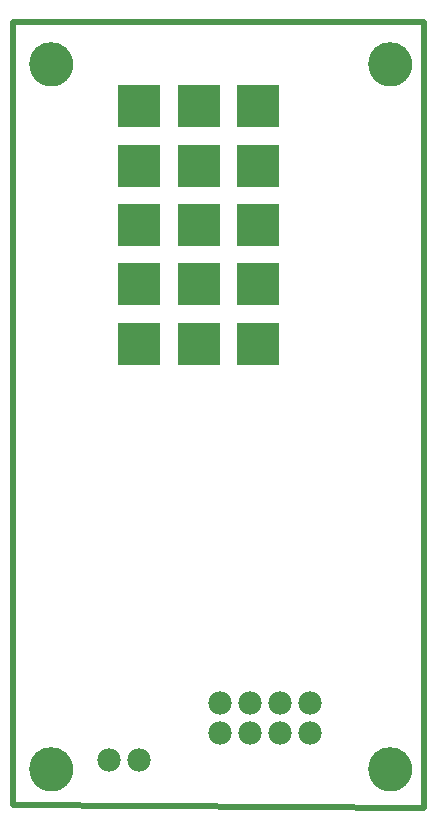
<source format=gbs>
G75*
%MOIN*%
%OFA0B0*%
%FSLAX25Y25*%
%IPPOS*%
%LPD*%
%AMOC8*
5,1,8,0,0,1.08239X$1,22.5*
%
%ADD10C,0.02000*%
%ADD11C,0.00000*%
%ADD12C,0.14573*%
%ADD13R,0.13900X0.13900*%
%ADD14C,0.07800*%
D10*
X0002000Y0037211D02*
X0139000Y0036211D01*
X0139000Y0298211D01*
X0002000Y0298211D01*
X0002000Y0037211D01*
D11*
X0007413Y0049211D02*
X0007415Y0049385D01*
X0007422Y0049559D01*
X0007432Y0049732D01*
X0007447Y0049906D01*
X0007466Y0050079D01*
X0007490Y0050251D01*
X0007517Y0050423D01*
X0007549Y0050594D01*
X0007585Y0050764D01*
X0007625Y0050933D01*
X0007670Y0051101D01*
X0007718Y0051268D01*
X0007771Y0051434D01*
X0007827Y0051599D01*
X0007888Y0051762D01*
X0007952Y0051923D01*
X0008021Y0052083D01*
X0008093Y0052241D01*
X0008170Y0052397D01*
X0008250Y0052552D01*
X0008334Y0052704D01*
X0008421Y0052854D01*
X0008513Y0053003D01*
X0008607Y0053148D01*
X0008706Y0053292D01*
X0008808Y0053433D01*
X0008913Y0053571D01*
X0009022Y0053707D01*
X0009134Y0053840D01*
X0009249Y0053970D01*
X0009367Y0054098D01*
X0009489Y0054222D01*
X0009613Y0054344D01*
X0009741Y0054462D01*
X0009871Y0054577D01*
X0010004Y0054689D01*
X0010140Y0054798D01*
X0010278Y0054903D01*
X0010419Y0055005D01*
X0010563Y0055104D01*
X0010708Y0055198D01*
X0010857Y0055290D01*
X0011007Y0055377D01*
X0011159Y0055461D01*
X0011314Y0055541D01*
X0011470Y0055618D01*
X0011628Y0055690D01*
X0011788Y0055759D01*
X0011949Y0055823D01*
X0012112Y0055884D01*
X0012277Y0055940D01*
X0012443Y0055993D01*
X0012610Y0056041D01*
X0012778Y0056086D01*
X0012947Y0056126D01*
X0013117Y0056162D01*
X0013288Y0056194D01*
X0013460Y0056221D01*
X0013632Y0056245D01*
X0013805Y0056264D01*
X0013979Y0056279D01*
X0014152Y0056289D01*
X0014326Y0056296D01*
X0014500Y0056298D01*
X0014674Y0056296D01*
X0014848Y0056289D01*
X0015021Y0056279D01*
X0015195Y0056264D01*
X0015368Y0056245D01*
X0015540Y0056221D01*
X0015712Y0056194D01*
X0015883Y0056162D01*
X0016053Y0056126D01*
X0016222Y0056086D01*
X0016390Y0056041D01*
X0016557Y0055993D01*
X0016723Y0055940D01*
X0016888Y0055884D01*
X0017051Y0055823D01*
X0017212Y0055759D01*
X0017372Y0055690D01*
X0017530Y0055618D01*
X0017686Y0055541D01*
X0017841Y0055461D01*
X0017993Y0055377D01*
X0018143Y0055290D01*
X0018292Y0055198D01*
X0018437Y0055104D01*
X0018581Y0055005D01*
X0018722Y0054903D01*
X0018860Y0054798D01*
X0018996Y0054689D01*
X0019129Y0054577D01*
X0019259Y0054462D01*
X0019387Y0054344D01*
X0019511Y0054222D01*
X0019633Y0054098D01*
X0019751Y0053970D01*
X0019866Y0053840D01*
X0019978Y0053707D01*
X0020087Y0053571D01*
X0020192Y0053433D01*
X0020294Y0053292D01*
X0020393Y0053148D01*
X0020487Y0053003D01*
X0020579Y0052854D01*
X0020666Y0052704D01*
X0020750Y0052552D01*
X0020830Y0052397D01*
X0020907Y0052241D01*
X0020979Y0052083D01*
X0021048Y0051923D01*
X0021112Y0051762D01*
X0021173Y0051599D01*
X0021229Y0051434D01*
X0021282Y0051268D01*
X0021330Y0051101D01*
X0021375Y0050933D01*
X0021415Y0050764D01*
X0021451Y0050594D01*
X0021483Y0050423D01*
X0021510Y0050251D01*
X0021534Y0050079D01*
X0021553Y0049906D01*
X0021568Y0049732D01*
X0021578Y0049559D01*
X0021585Y0049385D01*
X0021587Y0049211D01*
X0021585Y0049037D01*
X0021578Y0048863D01*
X0021568Y0048690D01*
X0021553Y0048516D01*
X0021534Y0048343D01*
X0021510Y0048171D01*
X0021483Y0047999D01*
X0021451Y0047828D01*
X0021415Y0047658D01*
X0021375Y0047489D01*
X0021330Y0047321D01*
X0021282Y0047154D01*
X0021229Y0046988D01*
X0021173Y0046823D01*
X0021112Y0046660D01*
X0021048Y0046499D01*
X0020979Y0046339D01*
X0020907Y0046181D01*
X0020830Y0046025D01*
X0020750Y0045870D01*
X0020666Y0045718D01*
X0020579Y0045568D01*
X0020487Y0045419D01*
X0020393Y0045274D01*
X0020294Y0045130D01*
X0020192Y0044989D01*
X0020087Y0044851D01*
X0019978Y0044715D01*
X0019866Y0044582D01*
X0019751Y0044452D01*
X0019633Y0044324D01*
X0019511Y0044200D01*
X0019387Y0044078D01*
X0019259Y0043960D01*
X0019129Y0043845D01*
X0018996Y0043733D01*
X0018860Y0043624D01*
X0018722Y0043519D01*
X0018581Y0043417D01*
X0018437Y0043318D01*
X0018292Y0043224D01*
X0018143Y0043132D01*
X0017993Y0043045D01*
X0017841Y0042961D01*
X0017686Y0042881D01*
X0017530Y0042804D01*
X0017372Y0042732D01*
X0017212Y0042663D01*
X0017051Y0042599D01*
X0016888Y0042538D01*
X0016723Y0042482D01*
X0016557Y0042429D01*
X0016390Y0042381D01*
X0016222Y0042336D01*
X0016053Y0042296D01*
X0015883Y0042260D01*
X0015712Y0042228D01*
X0015540Y0042201D01*
X0015368Y0042177D01*
X0015195Y0042158D01*
X0015021Y0042143D01*
X0014848Y0042133D01*
X0014674Y0042126D01*
X0014500Y0042124D01*
X0014326Y0042126D01*
X0014152Y0042133D01*
X0013979Y0042143D01*
X0013805Y0042158D01*
X0013632Y0042177D01*
X0013460Y0042201D01*
X0013288Y0042228D01*
X0013117Y0042260D01*
X0012947Y0042296D01*
X0012778Y0042336D01*
X0012610Y0042381D01*
X0012443Y0042429D01*
X0012277Y0042482D01*
X0012112Y0042538D01*
X0011949Y0042599D01*
X0011788Y0042663D01*
X0011628Y0042732D01*
X0011470Y0042804D01*
X0011314Y0042881D01*
X0011159Y0042961D01*
X0011007Y0043045D01*
X0010857Y0043132D01*
X0010708Y0043224D01*
X0010563Y0043318D01*
X0010419Y0043417D01*
X0010278Y0043519D01*
X0010140Y0043624D01*
X0010004Y0043733D01*
X0009871Y0043845D01*
X0009741Y0043960D01*
X0009613Y0044078D01*
X0009489Y0044200D01*
X0009367Y0044324D01*
X0009249Y0044452D01*
X0009134Y0044582D01*
X0009022Y0044715D01*
X0008913Y0044851D01*
X0008808Y0044989D01*
X0008706Y0045130D01*
X0008607Y0045274D01*
X0008513Y0045419D01*
X0008421Y0045568D01*
X0008334Y0045718D01*
X0008250Y0045870D01*
X0008170Y0046025D01*
X0008093Y0046181D01*
X0008021Y0046339D01*
X0007952Y0046499D01*
X0007888Y0046660D01*
X0007827Y0046823D01*
X0007771Y0046988D01*
X0007718Y0047154D01*
X0007670Y0047321D01*
X0007625Y0047489D01*
X0007585Y0047658D01*
X0007549Y0047828D01*
X0007517Y0047999D01*
X0007490Y0048171D01*
X0007466Y0048343D01*
X0007447Y0048516D01*
X0007432Y0048690D01*
X0007422Y0048863D01*
X0007415Y0049037D01*
X0007413Y0049211D01*
X0007413Y0284211D02*
X0007415Y0284385D01*
X0007422Y0284559D01*
X0007432Y0284732D01*
X0007447Y0284906D01*
X0007466Y0285079D01*
X0007490Y0285251D01*
X0007517Y0285423D01*
X0007549Y0285594D01*
X0007585Y0285764D01*
X0007625Y0285933D01*
X0007670Y0286101D01*
X0007718Y0286268D01*
X0007771Y0286434D01*
X0007827Y0286599D01*
X0007888Y0286762D01*
X0007952Y0286923D01*
X0008021Y0287083D01*
X0008093Y0287241D01*
X0008170Y0287397D01*
X0008250Y0287552D01*
X0008334Y0287704D01*
X0008421Y0287854D01*
X0008513Y0288003D01*
X0008607Y0288148D01*
X0008706Y0288292D01*
X0008808Y0288433D01*
X0008913Y0288571D01*
X0009022Y0288707D01*
X0009134Y0288840D01*
X0009249Y0288970D01*
X0009367Y0289098D01*
X0009489Y0289222D01*
X0009613Y0289344D01*
X0009741Y0289462D01*
X0009871Y0289577D01*
X0010004Y0289689D01*
X0010140Y0289798D01*
X0010278Y0289903D01*
X0010419Y0290005D01*
X0010563Y0290104D01*
X0010708Y0290198D01*
X0010857Y0290290D01*
X0011007Y0290377D01*
X0011159Y0290461D01*
X0011314Y0290541D01*
X0011470Y0290618D01*
X0011628Y0290690D01*
X0011788Y0290759D01*
X0011949Y0290823D01*
X0012112Y0290884D01*
X0012277Y0290940D01*
X0012443Y0290993D01*
X0012610Y0291041D01*
X0012778Y0291086D01*
X0012947Y0291126D01*
X0013117Y0291162D01*
X0013288Y0291194D01*
X0013460Y0291221D01*
X0013632Y0291245D01*
X0013805Y0291264D01*
X0013979Y0291279D01*
X0014152Y0291289D01*
X0014326Y0291296D01*
X0014500Y0291298D01*
X0014674Y0291296D01*
X0014848Y0291289D01*
X0015021Y0291279D01*
X0015195Y0291264D01*
X0015368Y0291245D01*
X0015540Y0291221D01*
X0015712Y0291194D01*
X0015883Y0291162D01*
X0016053Y0291126D01*
X0016222Y0291086D01*
X0016390Y0291041D01*
X0016557Y0290993D01*
X0016723Y0290940D01*
X0016888Y0290884D01*
X0017051Y0290823D01*
X0017212Y0290759D01*
X0017372Y0290690D01*
X0017530Y0290618D01*
X0017686Y0290541D01*
X0017841Y0290461D01*
X0017993Y0290377D01*
X0018143Y0290290D01*
X0018292Y0290198D01*
X0018437Y0290104D01*
X0018581Y0290005D01*
X0018722Y0289903D01*
X0018860Y0289798D01*
X0018996Y0289689D01*
X0019129Y0289577D01*
X0019259Y0289462D01*
X0019387Y0289344D01*
X0019511Y0289222D01*
X0019633Y0289098D01*
X0019751Y0288970D01*
X0019866Y0288840D01*
X0019978Y0288707D01*
X0020087Y0288571D01*
X0020192Y0288433D01*
X0020294Y0288292D01*
X0020393Y0288148D01*
X0020487Y0288003D01*
X0020579Y0287854D01*
X0020666Y0287704D01*
X0020750Y0287552D01*
X0020830Y0287397D01*
X0020907Y0287241D01*
X0020979Y0287083D01*
X0021048Y0286923D01*
X0021112Y0286762D01*
X0021173Y0286599D01*
X0021229Y0286434D01*
X0021282Y0286268D01*
X0021330Y0286101D01*
X0021375Y0285933D01*
X0021415Y0285764D01*
X0021451Y0285594D01*
X0021483Y0285423D01*
X0021510Y0285251D01*
X0021534Y0285079D01*
X0021553Y0284906D01*
X0021568Y0284732D01*
X0021578Y0284559D01*
X0021585Y0284385D01*
X0021587Y0284211D01*
X0021585Y0284037D01*
X0021578Y0283863D01*
X0021568Y0283690D01*
X0021553Y0283516D01*
X0021534Y0283343D01*
X0021510Y0283171D01*
X0021483Y0282999D01*
X0021451Y0282828D01*
X0021415Y0282658D01*
X0021375Y0282489D01*
X0021330Y0282321D01*
X0021282Y0282154D01*
X0021229Y0281988D01*
X0021173Y0281823D01*
X0021112Y0281660D01*
X0021048Y0281499D01*
X0020979Y0281339D01*
X0020907Y0281181D01*
X0020830Y0281025D01*
X0020750Y0280870D01*
X0020666Y0280718D01*
X0020579Y0280568D01*
X0020487Y0280419D01*
X0020393Y0280274D01*
X0020294Y0280130D01*
X0020192Y0279989D01*
X0020087Y0279851D01*
X0019978Y0279715D01*
X0019866Y0279582D01*
X0019751Y0279452D01*
X0019633Y0279324D01*
X0019511Y0279200D01*
X0019387Y0279078D01*
X0019259Y0278960D01*
X0019129Y0278845D01*
X0018996Y0278733D01*
X0018860Y0278624D01*
X0018722Y0278519D01*
X0018581Y0278417D01*
X0018437Y0278318D01*
X0018292Y0278224D01*
X0018143Y0278132D01*
X0017993Y0278045D01*
X0017841Y0277961D01*
X0017686Y0277881D01*
X0017530Y0277804D01*
X0017372Y0277732D01*
X0017212Y0277663D01*
X0017051Y0277599D01*
X0016888Y0277538D01*
X0016723Y0277482D01*
X0016557Y0277429D01*
X0016390Y0277381D01*
X0016222Y0277336D01*
X0016053Y0277296D01*
X0015883Y0277260D01*
X0015712Y0277228D01*
X0015540Y0277201D01*
X0015368Y0277177D01*
X0015195Y0277158D01*
X0015021Y0277143D01*
X0014848Y0277133D01*
X0014674Y0277126D01*
X0014500Y0277124D01*
X0014326Y0277126D01*
X0014152Y0277133D01*
X0013979Y0277143D01*
X0013805Y0277158D01*
X0013632Y0277177D01*
X0013460Y0277201D01*
X0013288Y0277228D01*
X0013117Y0277260D01*
X0012947Y0277296D01*
X0012778Y0277336D01*
X0012610Y0277381D01*
X0012443Y0277429D01*
X0012277Y0277482D01*
X0012112Y0277538D01*
X0011949Y0277599D01*
X0011788Y0277663D01*
X0011628Y0277732D01*
X0011470Y0277804D01*
X0011314Y0277881D01*
X0011159Y0277961D01*
X0011007Y0278045D01*
X0010857Y0278132D01*
X0010708Y0278224D01*
X0010563Y0278318D01*
X0010419Y0278417D01*
X0010278Y0278519D01*
X0010140Y0278624D01*
X0010004Y0278733D01*
X0009871Y0278845D01*
X0009741Y0278960D01*
X0009613Y0279078D01*
X0009489Y0279200D01*
X0009367Y0279324D01*
X0009249Y0279452D01*
X0009134Y0279582D01*
X0009022Y0279715D01*
X0008913Y0279851D01*
X0008808Y0279989D01*
X0008706Y0280130D01*
X0008607Y0280274D01*
X0008513Y0280419D01*
X0008421Y0280568D01*
X0008334Y0280718D01*
X0008250Y0280870D01*
X0008170Y0281025D01*
X0008093Y0281181D01*
X0008021Y0281339D01*
X0007952Y0281499D01*
X0007888Y0281660D01*
X0007827Y0281823D01*
X0007771Y0281988D01*
X0007718Y0282154D01*
X0007670Y0282321D01*
X0007625Y0282489D01*
X0007585Y0282658D01*
X0007549Y0282828D01*
X0007517Y0282999D01*
X0007490Y0283171D01*
X0007466Y0283343D01*
X0007447Y0283516D01*
X0007432Y0283690D01*
X0007422Y0283863D01*
X0007415Y0284037D01*
X0007413Y0284211D01*
X0120413Y0284211D02*
X0120415Y0284385D01*
X0120422Y0284559D01*
X0120432Y0284732D01*
X0120447Y0284906D01*
X0120466Y0285079D01*
X0120490Y0285251D01*
X0120517Y0285423D01*
X0120549Y0285594D01*
X0120585Y0285764D01*
X0120625Y0285933D01*
X0120670Y0286101D01*
X0120718Y0286268D01*
X0120771Y0286434D01*
X0120827Y0286599D01*
X0120888Y0286762D01*
X0120952Y0286923D01*
X0121021Y0287083D01*
X0121093Y0287241D01*
X0121170Y0287397D01*
X0121250Y0287552D01*
X0121334Y0287704D01*
X0121421Y0287854D01*
X0121513Y0288003D01*
X0121607Y0288148D01*
X0121706Y0288292D01*
X0121808Y0288433D01*
X0121913Y0288571D01*
X0122022Y0288707D01*
X0122134Y0288840D01*
X0122249Y0288970D01*
X0122367Y0289098D01*
X0122489Y0289222D01*
X0122613Y0289344D01*
X0122741Y0289462D01*
X0122871Y0289577D01*
X0123004Y0289689D01*
X0123140Y0289798D01*
X0123278Y0289903D01*
X0123419Y0290005D01*
X0123563Y0290104D01*
X0123708Y0290198D01*
X0123857Y0290290D01*
X0124007Y0290377D01*
X0124159Y0290461D01*
X0124314Y0290541D01*
X0124470Y0290618D01*
X0124628Y0290690D01*
X0124788Y0290759D01*
X0124949Y0290823D01*
X0125112Y0290884D01*
X0125277Y0290940D01*
X0125443Y0290993D01*
X0125610Y0291041D01*
X0125778Y0291086D01*
X0125947Y0291126D01*
X0126117Y0291162D01*
X0126288Y0291194D01*
X0126460Y0291221D01*
X0126632Y0291245D01*
X0126805Y0291264D01*
X0126979Y0291279D01*
X0127152Y0291289D01*
X0127326Y0291296D01*
X0127500Y0291298D01*
X0127674Y0291296D01*
X0127848Y0291289D01*
X0128021Y0291279D01*
X0128195Y0291264D01*
X0128368Y0291245D01*
X0128540Y0291221D01*
X0128712Y0291194D01*
X0128883Y0291162D01*
X0129053Y0291126D01*
X0129222Y0291086D01*
X0129390Y0291041D01*
X0129557Y0290993D01*
X0129723Y0290940D01*
X0129888Y0290884D01*
X0130051Y0290823D01*
X0130212Y0290759D01*
X0130372Y0290690D01*
X0130530Y0290618D01*
X0130686Y0290541D01*
X0130841Y0290461D01*
X0130993Y0290377D01*
X0131143Y0290290D01*
X0131292Y0290198D01*
X0131437Y0290104D01*
X0131581Y0290005D01*
X0131722Y0289903D01*
X0131860Y0289798D01*
X0131996Y0289689D01*
X0132129Y0289577D01*
X0132259Y0289462D01*
X0132387Y0289344D01*
X0132511Y0289222D01*
X0132633Y0289098D01*
X0132751Y0288970D01*
X0132866Y0288840D01*
X0132978Y0288707D01*
X0133087Y0288571D01*
X0133192Y0288433D01*
X0133294Y0288292D01*
X0133393Y0288148D01*
X0133487Y0288003D01*
X0133579Y0287854D01*
X0133666Y0287704D01*
X0133750Y0287552D01*
X0133830Y0287397D01*
X0133907Y0287241D01*
X0133979Y0287083D01*
X0134048Y0286923D01*
X0134112Y0286762D01*
X0134173Y0286599D01*
X0134229Y0286434D01*
X0134282Y0286268D01*
X0134330Y0286101D01*
X0134375Y0285933D01*
X0134415Y0285764D01*
X0134451Y0285594D01*
X0134483Y0285423D01*
X0134510Y0285251D01*
X0134534Y0285079D01*
X0134553Y0284906D01*
X0134568Y0284732D01*
X0134578Y0284559D01*
X0134585Y0284385D01*
X0134587Y0284211D01*
X0134585Y0284037D01*
X0134578Y0283863D01*
X0134568Y0283690D01*
X0134553Y0283516D01*
X0134534Y0283343D01*
X0134510Y0283171D01*
X0134483Y0282999D01*
X0134451Y0282828D01*
X0134415Y0282658D01*
X0134375Y0282489D01*
X0134330Y0282321D01*
X0134282Y0282154D01*
X0134229Y0281988D01*
X0134173Y0281823D01*
X0134112Y0281660D01*
X0134048Y0281499D01*
X0133979Y0281339D01*
X0133907Y0281181D01*
X0133830Y0281025D01*
X0133750Y0280870D01*
X0133666Y0280718D01*
X0133579Y0280568D01*
X0133487Y0280419D01*
X0133393Y0280274D01*
X0133294Y0280130D01*
X0133192Y0279989D01*
X0133087Y0279851D01*
X0132978Y0279715D01*
X0132866Y0279582D01*
X0132751Y0279452D01*
X0132633Y0279324D01*
X0132511Y0279200D01*
X0132387Y0279078D01*
X0132259Y0278960D01*
X0132129Y0278845D01*
X0131996Y0278733D01*
X0131860Y0278624D01*
X0131722Y0278519D01*
X0131581Y0278417D01*
X0131437Y0278318D01*
X0131292Y0278224D01*
X0131143Y0278132D01*
X0130993Y0278045D01*
X0130841Y0277961D01*
X0130686Y0277881D01*
X0130530Y0277804D01*
X0130372Y0277732D01*
X0130212Y0277663D01*
X0130051Y0277599D01*
X0129888Y0277538D01*
X0129723Y0277482D01*
X0129557Y0277429D01*
X0129390Y0277381D01*
X0129222Y0277336D01*
X0129053Y0277296D01*
X0128883Y0277260D01*
X0128712Y0277228D01*
X0128540Y0277201D01*
X0128368Y0277177D01*
X0128195Y0277158D01*
X0128021Y0277143D01*
X0127848Y0277133D01*
X0127674Y0277126D01*
X0127500Y0277124D01*
X0127326Y0277126D01*
X0127152Y0277133D01*
X0126979Y0277143D01*
X0126805Y0277158D01*
X0126632Y0277177D01*
X0126460Y0277201D01*
X0126288Y0277228D01*
X0126117Y0277260D01*
X0125947Y0277296D01*
X0125778Y0277336D01*
X0125610Y0277381D01*
X0125443Y0277429D01*
X0125277Y0277482D01*
X0125112Y0277538D01*
X0124949Y0277599D01*
X0124788Y0277663D01*
X0124628Y0277732D01*
X0124470Y0277804D01*
X0124314Y0277881D01*
X0124159Y0277961D01*
X0124007Y0278045D01*
X0123857Y0278132D01*
X0123708Y0278224D01*
X0123563Y0278318D01*
X0123419Y0278417D01*
X0123278Y0278519D01*
X0123140Y0278624D01*
X0123004Y0278733D01*
X0122871Y0278845D01*
X0122741Y0278960D01*
X0122613Y0279078D01*
X0122489Y0279200D01*
X0122367Y0279324D01*
X0122249Y0279452D01*
X0122134Y0279582D01*
X0122022Y0279715D01*
X0121913Y0279851D01*
X0121808Y0279989D01*
X0121706Y0280130D01*
X0121607Y0280274D01*
X0121513Y0280419D01*
X0121421Y0280568D01*
X0121334Y0280718D01*
X0121250Y0280870D01*
X0121170Y0281025D01*
X0121093Y0281181D01*
X0121021Y0281339D01*
X0120952Y0281499D01*
X0120888Y0281660D01*
X0120827Y0281823D01*
X0120771Y0281988D01*
X0120718Y0282154D01*
X0120670Y0282321D01*
X0120625Y0282489D01*
X0120585Y0282658D01*
X0120549Y0282828D01*
X0120517Y0282999D01*
X0120490Y0283171D01*
X0120466Y0283343D01*
X0120447Y0283516D01*
X0120432Y0283690D01*
X0120422Y0283863D01*
X0120415Y0284037D01*
X0120413Y0284211D01*
X0120413Y0049211D02*
X0120415Y0049385D01*
X0120422Y0049559D01*
X0120432Y0049732D01*
X0120447Y0049906D01*
X0120466Y0050079D01*
X0120490Y0050251D01*
X0120517Y0050423D01*
X0120549Y0050594D01*
X0120585Y0050764D01*
X0120625Y0050933D01*
X0120670Y0051101D01*
X0120718Y0051268D01*
X0120771Y0051434D01*
X0120827Y0051599D01*
X0120888Y0051762D01*
X0120952Y0051923D01*
X0121021Y0052083D01*
X0121093Y0052241D01*
X0121170Y0052397D01*
X0121250Y0052552D01*
X0121334Y0052704D01*
X0121421Y0052854D01*
X0121513Y0053003D01*
X0121607Y0053148D01*
X0121706Y0053292D01*
X0121808Y0053433D01*
X0121913Y0053571D01*
X0122022Y0053707D01*
X0122134Y0053840D01*
X0122249Y0053970D01*
X0122367Y0054098D01*
X0122489Y0054222D01*
X0122613Y0054344D01*
X0122741Y0054462D01*
X0122871Y0054577D01*
X0123004Y0054689D01*
X0123140Y0054798D01*
X0123278Y0054903D01*
X0123419Y0055005D01*
X0123563Y0055104D01*
X0123708Y0055198D01*
X0123857Y0055290D01*
X0124007Y0055377D01*
X0124159Y0055461D01*
X0124314Y0055541D01*
X0124470Y0055618D01*
X0124628Y0055690D01*
X0124788Y0055759D01*
X0124949Y0055823D01*
X0125112Y0055884D01*
X0125277Y0055940D01*
X0125443Y0055993D01*
X0125610Y0056041D01*
X0125778Y0056086D01*
X0125947Y0056126D01*
X0126117Y0056162D01*
X0126288Y0056194D01*
X0126460Y0056221D01*
X0126632Y0056245D01*
X0126805Y0056264D01*
X0126979Y0056279D01*
X0127152Y0056289D01*
X0127326Y0056296D01*
X0127500Y0056298D01*
X0127674Y0056296D01*
X0127848Y0056289D01*
X0128021Y0056279D01*
X0128195Y0056264D01*
X0128368Y0056245D01*
X0128540Y0056221D01*
X0128712Y0056194D01*
X0128883Y0056162D01*
X0129053Y0056126D01*
X0129222Y0056086D01*
X0129390Y0056041D01*
X0129557Y0055993D01*
X0129723Y0055940D01*
X0129888Y0055884D01*
X0130051Y0055823D01*
X0130212Y0055759D01*
X0130372Y0055690D01*
X0130530Y0055618D01*
X0130686Y0055541D01*
X0130841Y0055461D01*
X0130993Y0055377D01*
X0131143Y0055290D01*
X0131292Y0055198D01*
X0131437Y0055104D01*
X0131581Y0055005D01*
X0131722Y0054903D01*
X0131860Y0054798D01*
X0131996Y0054689D01*
X0132129Y0054577D01*
X0132259Y0054462D01*
X0132387Y0054344D01*
X0132511Y0054222D01*
X0132633Y0054098D01*
X0132751Y0053970D01*
X0132866Y0053840D01*
X0132978Y0053707D01*
X0133087Y0053571D01*
X0133192Y0053433D01*
X0133294Y0053292D01*
X0133393Y0053148D01*
X0133487Y0053003D01*
X0133579Y0052854D01*
X0133666Y0052704D01*
X0133750Y0052552D01*
X0133830Y0052397D01*
X0133907Y0052241D01*
X0133979Y0052083D01*
X0134048Y0051923D01*
X0134112Y0051762D01*
X0134173Y0051599D01*
X0134229Y0051434D01*
X0134282Y0051268D01*
X0134330Y0051101D01*
X0134375Y0050933D01*
X0134415Y0050764D01*
X0134451Y0050594D01*
X0134483Y0050423D01*
X0134510Y0050251D01*
X0134534Y0050079D01*
X0134553Y0049906D01*
X0134568Y0049732D01*
X0134578Y0049559D01*
X0134585Y0049385D01*
X0134587Y0049211D01*
X0134585Y0049037D01*
X0134578Y0048863D01*
X0134568Y0048690D01*
X0134553Y0048516D01*
X0134534Y0048343D01*
X0134510Y0048171D01*
X0134483Y0047999D01*
X0134451Y0047828D01*
X0134415Y0047658D01*
X0134375Y0047489D01*
X0134330Y0047321D01*
X0134282Y0047154D01*
X0134229Y0046988D01*
X0134173Y0046823D01*
X0134112Y0046660D01*
X0134048Y0046499D01*
X0133979Y0046339D01*
X0133907Y0046181D01*
X0133830Y0046025D01*
X0133750Y0045870D01*
X0133666Y0045718D01*
X0133579Y0045568D01*
X0133487Y0045419D01*
X0133393Y0045274D01*
X0133294Y0045130D01*
X0133192Y0044989D01*
X0133087Y0044851D01*
X0132978Y0044715D01*
X0132866Y0044582D01*
X0132751Y0044452D01*
X0132633Y0044324D01*
X0132511Y0044200D01*
X0132387Y0044078D01*
X0132259Y0043960D01*
X0132129Y0043845D01*
X0131996Y0043733D01*
X0131860Y0043624D01*
X0131722Y0043519D01*
X0131581Y0043417D01*
X0131437Y0043318D01*
X0131292Y0043224D01*
X0131143Y0043132D01*
X0130993Y0043045D01*
X0130841Y0042961D01*
X0130686Y0042881D01*
X0130530Y0042804D01*
X0130372Y0042732D01*
X0130212Y0042663D01*
X0130051Y0042599D01*
X0129888Y0042538D01*
X0129723Y0042482D01*
X0129557Y0042429D01*
X0129390Y0042381D01*
X0129222Y0042336D01*
X0129053Y0042296D01*
X0128883Y0042260D01*
X0128712Y0042228D01*
X0128540Y0042201D01*
X0128368Y0042177D01*
X0128195Y0042158D01*
X0128021Y0042143D01*
X0127848Y0042133D01*
X0127674Y0042126D01*
X0127500Y0042124D01*
X0127326Y0042126D01*
X0127152Y0042133D01*
X0126979Y0042143D01*
X0126805Y0042158D01*
X0126632Y0042177D01*
X0126460Y0042201D01*
X0126288Y0042228D01*
X0126117Y0042260D01*
X0125947Y0042296D01*
X0125778Y0042336D01*
X0125610Y0042381D01*
X0125443Y0042429D01*
X0125277Y0042482D01*
X0125112Y0042538D01*
X0124949Y0042599D01*
X0124788Y0042663D01*
X0124628Y0042732D01*
X0124470Y0042804D01*
X0124314Y0042881D01*
X0124159Y0042961D01*
X0124007Y0043045D01*
X0123857Y0043132D01*
X0123708Y0043224D01*
X0123563Y0043318D01*
X0123419Y0043417D01*
X0123278Y0043519D01*
X0123140Y0043624D01*
X0123004Y0043733D01*
X0122871Y0043845D01*
X0122741Y0043960D01*
X0122613Y0044078D01*
X0122489Y0044200D01*
X0122367Y0044324D01*
X0122249Y0044452D01*
X0122134Y0044582D01*
X0122022Y0044715D01*
X0121913Y0044851D01*
X0121808Y0044989D01*
X0121706Y0045130D01*
X0121607Y0045274D01*
X0121513Y0045419D01*
X0121421Y0045568D01*
X0121334Y0045718D01*
X0121250Y0045870D01*
X0121170Y0046025D01*
X0121093Y0046181D01*
X0121021Y0046339D01*
X0120952Y0046499D01*
X0120888Y0046660D01*
X0120827Y0046823D01*
X0120771Y0046988D01*
X0120718Y0047154D01*
X0120670Y0047321D01*
X0120625Y0047489D01*
X0120585Y0047658D01*
X0120549Y0047828D01*
X0120517Y0047999D01*
X0120490Y0048171D01*
X0120466Y0048343D01*
X0120447Y0048516D01*
X0120432Y0048690D01*
X0120422Y0048863D01*
X0120415Y0049037D01*
X0120413Y0049211D01*
D12*
X0127500Y0049211D03*
X0127500Y0284211D03*
X0014500Y0284211D03*
X0014500Y0049211D03*
D13*
X0044000Y0191011D03*
X0044000Y0210811D03*
X0044000Y0230611D03*
X0044000Y0250411D03*
X0044000Y0270211D03*
X0063800Y0270211D03*
X0063800Y0250411D03*
X0063800Y0230611D03*
X0063800Y0210811D03*
X0063800Y0191011D03*
X0083600Y0191011D03*
X0083600Y0210811D03*
X0083600Y0230611D03*
X0083600Y0250411D03*
X0083600Y0270211D03*
D14*
X0081000Y0071211D03*
X0081000Y0061211D03*
X0071000Y0061211D03*
X0071000Y0071211D03*
X0091000Y0071211D03*
X0091000Y0061211D03*
X0101000Y0061211D03*
X0101000Y0071211D03*
X0044000Y0052211D03*
X0034000Y0052211D03*
M02*

</source>
